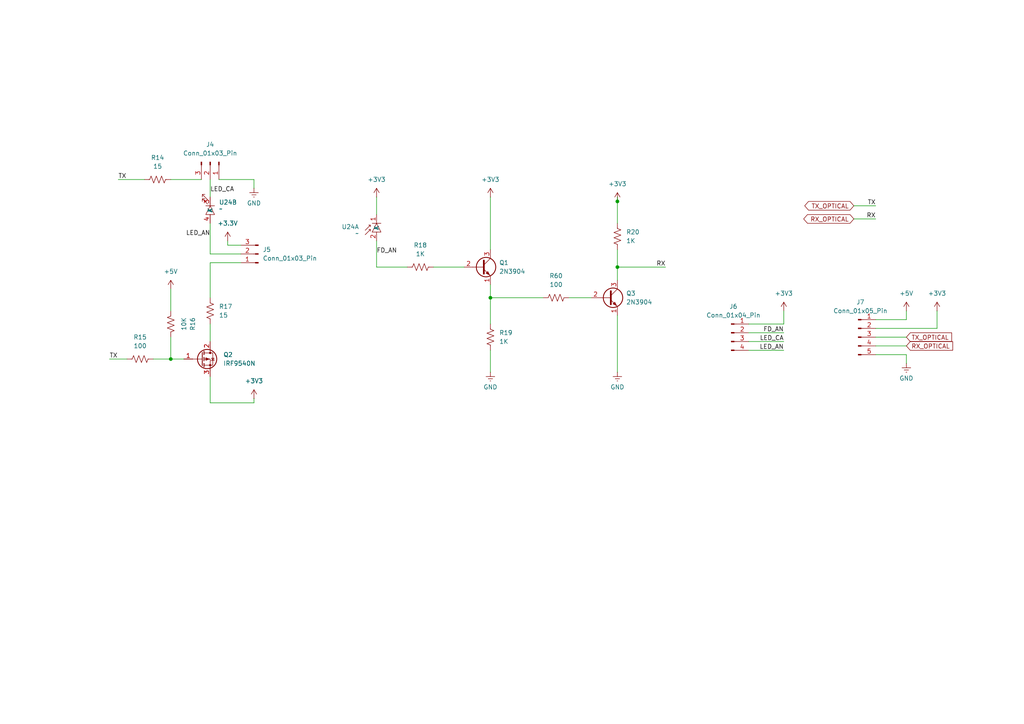
<source format=kicad_sch>
(kicad_sch (version 20250114) (generator "eeschema") (generator_version "9.0")
  (paper "A4")
  (lib_symbols
    (symbol "Connector:Conn_01x03_Pin" (pin_names (offset 1.016) (hide yes))
      (property "Reference" "J" (at 0 5.08 0))
      (property "Value" "Conn_01x03_Pin" (at 0 -5.08 0))
      (symbol "Conn_01x03_Pin_1_1"
        (rectangle (start 0.8636 2.667) (end 0 2.413) (stroke (width 0.1524)) (fill (type outline)))
        (rectangle (start 0.8636 0.127) (end 0 -0.127) (stroke (width 0.1524)) (fill (type outline)))
        (rectangle (start 0.8636 -2.413) (end 0 -2.667) (stroke (width 0.1524)) (fill (type outline)))
        (polyline (pts (xy 1.27 2.54) (xy 0.8636 2.54)) (stroke (width 0.1524)))
        (polyline (pts (xy 1.27 0) (xy 0.8636 0)) (stroke (width 0.1524)))
        (polyline (pts (xy 1.27 -2.54) (xy 0.8636 -2.54)) (stroke (width 0.1524)))
        (pin passive line (at 5.08 2.54 180) (length 3.81) (name "Pin_1") (number "1"))
        (pin passive line (at 5.08 0 180) (length 3.81) (name "Pin_2") (number "2"))
        (pin passive line (at 5.08 -2.54 180) (length 3.81) (name "Pin_3") (number "3"))
      )
    )
    (symbol "Connector:Conn_01x04_Pin" (pin_names (offset 1.016) (hide yes))
      (property "Reference" "J" (at 0 5.08 0))
      (property "Value" "Conn_01x04_Pin" (at 0 -7.62 0))
      (symbol "Conn_01x04_Pin_1_1"
        (rectangle (start 0.8636 2.667) (end 0 2.413) (stroke (width 0.1524)) (fill (type outline)))
        (rectangle (start 0.8636 0.127) (end 0 -0.127) (stroke (width 0.1524)) (fill (type outline)))
        (rectangle (start 0.8636 -2.413) (end 0 -2.667) (stroke (width 0.1524)) (fill (type outline)))
        (rectangle (start 0.8636 -4.953) (end 0 -5.207) (stroke (width 0.1524)) (fill (type outline)))
        (polyline (pts (xy 1.27 2.54) (xy 0.8636 2.54)) (stroke (width 0.1524)))
        (polyline (pts (xy 1.27 0) (xy 0.8636 0)) (stroke (width 0.1524)))
        (polyline (pts (xy 1.27 -2.54) (xy 0.8636 -2.54)) (stroke (width 0.1524)))
        (polyline (pts (xy 1.27 -5.08) (xy 0.8636 -5.08)) (stroke (width 0.1524)))
        (pin passive line (at 5.08 2.54 180) (length 3.81) (name "Pin_1") (number "1"))
        (pin passive line (at 5.08 0 180) (length 3.81) (name "Pin_2") (number "2"))
        (pin passive line (at 5.08 -2.54 180) (length 3.81) (name "Pin_3") (number "3"))
        (pin passive line (at 5.08 -5.08 180) (length 3.81) (name "Pin_4") (number "4"))
      )
    )
    (symbol "Connector:Conn_01x05_Pin" (pin_names (offset 1.016) (hide yes))
      (property "Reference" "J" (at 0 7.62 0))
      (property "Value" "Conn_01x05_Pin" (at 0 -7.62 0))
      (symbol "Conn_01x05_Pin_1_1"
        (rectangle (start 0.8636 5.207) (end 0 4.953) (stroke (width 0.1524)) (fill (type outline)))
        (rectangle (start 0.8636 2.667) (end 0 2.413) (stroke (width 0.1524)) (fill (type outline)))
        (rectangle (start 0.8636 0.127) (end 0 -0.127) (stroke (width 0.1524)) (fill (type outline)))
        (rectangle (start 0.8636 -2.413) (end 0 -2.667) (stroke (width 0.1524)) (fill (type outline)))
        (rectangle (start 0.8636 -4.953) (end 0 -5.207) (stroke (width 0.1524)) (fill (type outline)))
        (polyline (pts (xy 1.27 5.08) (xy 0.8636 5.08)) (stroke (width 0.1524)))
        (polyline (pts (xy 1.27 2.54) (xy 0.8636 2.54)) (stroke (width 0.1524)))
        (polyline (pts (xy 1.27 0) (xy 0.8636 0)) (stroke (width 0.1524)))
        (polyline (pts (xy 1.27 -2.54) (xy 0.8636 -2.54)) (stroke (width 0.1524)))
        (polyline (pts (xy 1.27 -5.08) (xy 0.8636 -5.08)) (stroke (width 0.1524)))
        (pin passive line (at 5.08 5.08 180) (length 3.81) (name "Pin_1") (number "1"))
        (pin passive line (at 5.08 2.54 180) (length 3.81) (name "Pin_2") (number "2"))
        (pin passive line (at 5.08 0 180) (length 3.81) (name "Pin_3") (number "3"))
        (pin passive line (at 5.08 -2.54 180) (length 3.81) (name "Pin_4") (number "4"))
        (pin passive line (at 5.08 -5.08 180) (length 3.81) (name "Pin_5") (number "5"))
      )
    )
    (symbol "Device:R_US" (pin_numbers (hide yes)) (pin_names (offset 0))
      (property "Reference" "R" (at 2.54 0 90))
      (property "Value" "R_US" (at -2.54 0 90))
      (symbol "R_US_0_1"
        (polyline (pts (xy 0 2.286) (xy 0 2.54)))
        (polyline (pts (xy 0 2.286) (xy 1.016 1.905) (xy 0 1.524) (xy -1.016 1.143) (xy 0 0.762)))
        (polyline (pts (xy 0 0.762) (xy 1.016 0.381) (xy 0 0) (xy -1.016 -0.381) (xy 0 -0.762)))
        (polyline (pts (xy 0 -0.762) (xy 1.016 -1.143) (xy 0 -1.524) (xy -1.016 -1.905) (xy 0 -2.286)))
        (polyline (pts (xy 0 -2.286) (xy 0 -2.54)))
      )
      (symbol "R_US_1_1"
        (pin passive line (at 0 3.81 270) (length 1.27) (name "~") (number "1"))
        (pin passive line (at 0 -3.81 90) (length 1.27) (name "~") (number "2"))
      )
    )
    (symbol "Transistor_BJT:2N3904" (pin_names (offset 0) (hide yes))
      (property "Reference" "Q" (at 5.08 1.905 0))
      (property "Value" "2N3904" (at 5.08 0 0))
      (symbol "2N3904_0_1"
        (polyline (pts (xy -2.54 0) (xy 0.635 0)))
        (polyline (pts (xy 0.635 1.905) (xy 0.635 -1.905)) (stroke (width 0.508)))
        (circle (center 1.27 0) (radius 2.8194) (stroke (width 0.254)))
      )
      (symbol "2N3904_1_1"
        (polyline (pts (xy 0.635 0.635) (xy 2.54 2.54)))
        (polyline (pts (xy 0.635 -0.635) (xy 2.54 -2.54)))
        (polyline (pts (xy 1.27 -1.778) (xy 1.778 -1.27) (xy 2.286 -2.286) (xy 1.27 -1.778)) (fill (type outline)))
        (pin input line (at -5.08 0 0) (length 2.54) (name "B") (number "2"))
        (pin passive line (at 2.54 5.08 270) (length 2.54) (name "C") (number "3"))
        (pin passive line (at 2.54 -5.08 90) (length 2.54) (name "E") (number "1"))
      )
    )
    (symbol "Transistor_FET:IRF9540N" (pin_names (hide yes))
      (property "Reference" "Q" (at 5.08 1.905 0))
      (property "Value" "IRF9540N" (at 5.08 0 0))
      (symbol "IRF9540N_0_1"
        (polyline (pts (xy 0.254 1.905) (xy 0.254 -1.905)) (stroke (width 0.254)))
        (polyline (pts (xy 0.254 0) (xy -2.54 0)))
        (polyline (pts (xy 0.762 2.286) (xy 0.762 1.27)) (stroke (width 0.254)))
        (polyline (pts (xy 0.762 1.778) (xy 3.302 1.778) (xy 3.302 -1.778) (xy 0.762 -1.778)))
        (polyline (pts (xy 0.762 0.508) (xy 0.762 -0.508)) (stroke (width 0.254)))
        (polyline (pts (xy 0.762 -1.27) (xy 0.762 -2.286)) (stroke (width 0.254)))
        (circle (center 1.651 0) (radius 2.794) (stroke (width 0.254)))
        (polyline (pts (xy 2.286 0) (xy 1.27 0.381) (xy 1.27 -0.381) (xy 2.286 0)) (fill (type outline)))
        (polyline (pts (xy 2.54 2.54) (xy 2.54 1.778)))
        (circle (center 2.54 1.778) (radius 0.254) (fill (type outline)))
        (circle (center 2.54 -1.778) (radius 0.254) (fill (type outline)))
        (polyline (pts (xy 2.54 -2.54) (xy 2.54 0) (xy 0.762 0)))
        (polyline (pts (xy 2.794 -0.508) (xy 2.921 -0.381) (xy 3.683 -0.381) (xy 3.81 -0.254)))
        (polyline (pts (xy 3.302 -0.381) (xy 2.921 0.254) (xy 3.683 0.254) (xy 3.302 -0.381)))
      )
      (symbol "IRF9540N_1_1"
        (pin input line (at -5.08 0 0) (length 2.54) (name "G") (number "1"))
        (pin passive line (at 2.54 5.08 270) (length 2.54) (name "D") (number "2"))
        (pin passive line (at 2.54 -5.08 90) (length 2.54) (name "S") (number "3"))
      )
    )
    (symbol "engg3800:OPTIC3800T3v2"
      (property "Reference" "U" (at 0 0 0))
      (symbol "OPTIC3800T3v2_1_1"
        (polyline (pts (xy 0.5151 -2.8166) (xy 0.5052 -3.2992) (xy 1.016 -3.2992)))
        (polyline (pts (xy 0.7592 -1.7835) (xy -0.7592 -3.3019) (xy -0.7592 -2.7995) (xy -0.7564 -3.2936) (xy -0.2567 -3.2936)))
        (polyline (pts (xy 1.27 -3.81) (xy 1.27 -6.35) (xy -1.27 -5.08) (xy -1.27 -6.35) (xy -1.27 -3.81) (xy -1.27 -5.08) (xy 1.27 -3.81)))
        (polyline (pts (xy 2.0416 -1.7767) (xy 0.5056 -3.3032)))
        (pin passive line (at -3.81 -5.08 0) (length 2.54) (name "K") (number "1"))
        (pin passive line (at 3.81 -5.08 180) (length 2.54) (name "A") (number "2"))
      )
      (symbol "OPTIC3800T3v2_2_1"
        (polyline (pts (xy -3.048 -4.5719) (xy -4.5692 -6.0932) (xy -4.572 -5.3339) (xy -4.5664 -6.0932) (xy -3.8127 -6.0932)))
        (polyline (pts (xy -1.778 -4.5747) (xy -3.302 -6.0932) (xy -2.54 -6.0932) (xy -3.2964 -6.0932) (xy -3.2992 -5.3312)))
        (polyline (pts (xy -1.27 -2.54) (xy -1.27 -5.08) (xy -1.27 -3.81) (xy 1.27 -2.54) (xy 1.27 -5.08) (xy -1.27 -3.81)))
        (pin passive line (at -3.81 -3.81 0) (length 2.54) (name "K") (number "3"))
        (pin passive line (at 3.81 -3.81 180) (length 2.54) (name "A") (number "4"))
      )
    )
    (symbol "power:+3.3V" (power) (pin_numbers (hide yes)) (pin_names (offset 0) (hide yes))
      (property "Value" "+3.3V" (at 0 3.556 0))
      (symbol "+3.3V_0_1"
        (polyline (pts (xy -0.762 1.27) (xy 0 2.54)))
        (polyline (pts (xy 0 2.54) (xy 0.762 1.27)))
        (polyline (pts (xy 0 0) (xy 0 2.54)))
      )
      (symbol "+3.3V_1_1"
        (pin power_in line (at 0 0 90) (length 0) (name "~") (number "1"))
      )
    )
    (symbol "power:+3V3" (power) (pin_numbers (hide yes)) (pin_names (offset 0) (hide yes))
      (property "Value" "+3V3" (at 0 3.556 0))
      (symbol "+3V3_0_1"
        (polyline (pts (xy -0.762 1.27) (xy 0 2.54)))
        (polyline (pts (xy 0 2.54) (xy 0.762 1.27)))
        (polyline (pts (xy 0 0) (xy 0 2.54)))
      )
      (symbol "+3V3_1_1"
        (pin power_in line (at 0 0 90) (length 0) (name "~") (number "1"))
      )
    )
    (symbol "power:+5V" (power) (pin_numbers (hide yes)) (pin_names (offset 0) (hide yes))
      (property "Value" "+5V" (at 0 3.556 0))
      (symbol "+5V_0_1"
        (polyline (pts (xy -0.762 1.27) (xy 0 2.54)))
        (polyline (pts (xy 0 2.54) (xy 0.762 1.27)))
        (polyline (pts (xy 0 0) (xy 0 2.54)))
      )
      (symbol "+5V_1_1"
        (pin power_in line (at 0 0 90) (length 0) (name "~") (number "1"))
      )
    )
    (symbol "power:Earth" (power) (pin_numbers (hide yes)) (pin_names (offset 0) (hide yes))
      (property "Value" "Earth" (at 0 -3.81 0))
      (symbol "Earth_0_1"
        (polyline (pts (xy -0.635 -1.905) (xy 0.635 -1.905)))
        (polyline (pts (xy -0.127 -2.54) (xy 0.127 -2.54)))
        (polyline (pts (xy 0 -1.27) (xy 0 0)))
        (polyline (pts (xy 1.27 -1.27) (xy -1.27 -1.27)))
      )
      (symbol "Earth_1_1"
        (pin power_in line (at 0 0 270) (length 0) (name "~") (number "1"))
      )
    )
  )
  (junction (at 179.07 58.42))
  (junction (at 49.53 104.14))
  (junction (at 142.24 86.36))
  (junction (at 179.07 77.47))
  (wire (pts (xy 254 95.25) (xy 271.78 95.25)))
  (wire (pts (xy 217.17 99.06) (xy 227.33 99.06)))
  (wire (pts (xy 254 102.87) (xy 262.89 102.87)))
  (wire (pts (xy 60.96 64.77) (xy 60.96 73.66)))
  (wire (pts (xy 227.33 90.17) (xy 227.33 93.98)))
  (wire (pts (xy 179.07 72.39) (xy 179.07 77.47)))
  (wire (pts (xy 179.07 77.47) (xy 193.04 77.47)))
  (wire (pts (xy 142.24 57.15) (xy 142.24 72.39)))
  (wire (pts (xy 254 100.33) (xy 262.89 100.33)))
  (wire (pts (xy 179.07 91.44) (xy 179.07 107.95)))
  (wire (pts (xy 69.85 76.2) (xy 60.96 76.2)))
  (wire (pts (xy 44.45 104.14) (xy 49.53 104.14)))
  (wire (pts (xy 60.96 73.66) (xy 69.85 73.66)))
  (wire (pts (xy 49.53 83.82) (xy 49.53 90.17)))
  (wire (pts (xy 49.53 97.79) (xy 49.53 104.14)))
  (wire (pts (xy 262.89 92.71) (xy 262.89 90.17)))
  (wire (pts (xy 69.85 71.12) (xy 66.04 71.12)))
  (wire (pts (xy 60.96 76.2) (xy 60.96 86.36)))
  (wire (pts (xy 66.04 71.12) (xy 66.04 69.85)))
  (wire (pts (xy 142.24 101.6) (xy 142.24 107.95)))
  (wire (pts (xy 60.96 109.22) (xy 60.96 116.84)))
  (wire (pts (xy 179.07 58.42) (xy 179.07 64.77)))
  (wire (pts (xy 217.17 96.52) (xy 227.33 96.52)))
  (wire (pts (xy 217.17 101.6) (xy 227.33 101.6)))
  (wire (pts (xy 271.78 90.17) (xy 271.78 95.25)))
  (wire (pts (xy 142.24 86.36) (xy 142.24 93.98)))
  (wire (pts (xy 179.07 57.15) (xy 179.07 58.42)))
  (wire (pts (xy 254 92.71) (xy 262.89 92.71)))
  (wire (pts (xy 60.96 93.98) (xy 60.96 99.06)))
  (wire (pts (xy 142.24 82.55) (xy 142.24 86.36)))
  (wire (pts (xy 262.89 102.87) (xy 262.89 105.41)))
  (wire (pts (xy 109.22 77.47) (xy 118.11 77.47)))
  (wire (pts (xy 247.65 63.5) (xy 254 63.5)))
  (wire (pts (xy 109.22 69.85) (xy 109.22 77.47)))
  (wire (pts (xy 73.66 116.84) (xy 73.66 115.57)))
  (wire (pts (xy 31.75 104.14) (xy 36.83 104.14)))
  (wire (pts (xy 73.66 52.07) (xy 73.66 54.61)))
  (wire (pts (xy 165.1 86.36) (xy 171.45 86.36)))
  (wire (pts (xy 34.29 52.07) (xy 41.91 52.07)))
  (wire (pts (xy 179.07 77.47) (xy 179.07 81.28)))
  (wire (pts (xy 49.53 104.14) (xy 53.34 104.14)))
  (wire (pts (xy 60.96 116.84) (xy 73.66 116.84)))
  (wire (pts (xy 254 97.79) (xy 262.89 97.79)))
  (wire (pts (xy 125.73 77.47) (xy 134.62 77.47)))
  (wire (pts (xy 217.17 93.98) (xy 227.33 93.98)))
  (wire (pts (xy 109.22 57.15) (xy 109.22 62.23)))
  (wire (pts (xy 49.53 52.07) (xy 58.42 52.07)))
  (wire (pts (xy 142.24 86.36) (xy 157.48 86.36)))
  (wire (pts (xy 60.96 57.15) (xy 60.96 52.07)))
  (wire (pts (xy 63.5 52.07) (xy 73.66 52.07)))
  (wire (pts (xy 247.65 59.69) (xy 254 59.69)))
  (label "LED_AN" (at 60.96 68.58 180))
  (label "LED_AN" (at 227.33 101.6 180))
  (label "RX" (at 254 63.5 180))
  (label "TX" (at 254 59.69 180))
  (label "TX" (at 31.75 104.14 0))
  (label "LED_CA" (at 60.96 55.88 0))
  (label "FD_AN" (at 227.33 96.52 180))
  (label "RX" (at 193.04 77.47 180))
  (label "LED_CA" (at 227.33 99.06 180))
  (label "TX" (at 34.29 52.07 0))
  (label "FD_AN" (at 109.22 73.66 0))
  (global_label "RX_OPTICAL" (shape bidirectional) (at 247.65 63.5 180) (property "Intersheetrefs" "${INTERSHEET_REFS}" (effects (hide yes))))
  (global_label "RX_OPTICAL" (shape input) (at 262.89 100.33 0) (property "Intersheetrefs" "${INTERSHEET_REFS}" (effects (hide yes))))
  (global_label "TX_OPTICAL" (shape input) (at 262.89 97.79 0) (property "Intersheetrefs" "${INTERSHEET_REFS}" (effects (hide yes))))
  (global_label "TX_OPTICAL" (shape bidirectional) (at 247.65 59.69 180) (property "Intersheetrefs" "${INTERSHEET_REFS}" (effects (hide yes))))
  (symbol (lib_id "power:Earth") (at 73.66 54.61 0) (unit 1)
    (property "Reference" "#PWR038" (effects (hide yes)))
    (property "Value" "GND" (at 73.66 58.928 0))
    (property "Description" "Power symbol creates a global label with name \"Earth\"" (effects (hide yes)))
  )
  (symbol (lib_id "Transistor_BJT:2N3904") (at 176.53 86.36 0) (unit 1)
    (property "Reference" "Q3" (at 181.61 85.0899 0) (effects (justify left)))
    (property "Value" "2N3904" (at 181.61 87.6299 0) (effects (justify left)))
    (property "Footprint" "Package_TO_SOT_THT:TO-92_Inline" (effects (hide yes)))
    (property "Datasheet" "https://www.onsemi.com/pub/Collateral/2N3903-D.PDF" (effects (hide yes)))
    (property "Description" "0.2A Ic, 40V Vce, Small Signal NPN Transistor, TO-92" (effects (hide yes)))
  )
  (symbol (lib_id "Device:R_US") (at 121.92 77.47 90) (unit 1)
    (property "Reference" "R18" (at 121.92 71.12 90))
    (property "Value" "1K" (at 121.92 73.66 90))
    (property "Footprint" "Resistor_THT:R_Axial_DIN0207_L6.3mm_D2.5mm_P10.16mm_Horizontal" (effects (hide yes)))
    (property "Description" "Resistor, US symbol" (effects (hide yes)))
  )
  (symbol (lib_id "Device:R_US") (at 49.53 93.98 0) (mirror x) (unit 1)
    (property "Reference" "R16" (at 55.88 93.98 90))
    (property "Value" "10K" (at 53.34 93.98 90))
    (property "Footprint" "Resistor_THT:R_Axial_DIN0207_L6.3mm_D2.5mm_P10.16mm_Horizontal" (effects (hide yes)))
    (property "Description" "Resistor, US symbol" (effects (hide yes)))
  )
  (symbol (lib_id "Transistor_FET:IRF9540N") (at 58.42 104.14 0) (unit 1)
    (property "Reference" "Q2" (at 64.77 102.8699 0) (effects (justify left)))
    (property "Value" "IRF9540N" (at 64.77 105.4099 0) (effects (justify left)))
    (property "Footprint" "Package_TO_SOT_THT:TO-220-3_Vertical" (effects (hide yes)))
    (property "Datasheet" "http://www.irf.com/product-info/datasheets/data/irf9540n.pdf" (effects (hide yes)))
    (property "Description" "-23A Id, -100V Vds, 117mOhm Rds, P-Channel HEXFET Power MOSFET, TO-220" (effects (hide yes)))
  )
  (symbol (lib_id "power:+3V3") (at 179.07 58.42 0) (unit 1)
    (property "Reference" "#PWR035" (effects (hide yes)))
    (property "Value" "+3V3" (at 179.07 53.34 0))
    (property "Description" "Power symbol creates a global label with name \"+3V3\"" (effects (hide yes)))
  )
  (symbol (lib_id "power:Earth") (at 142.24 107.95 0) (unit 1)
    (property "Reference" "#PWR039" (effects (hide yes)))
    (property "Value" "GND" (at 142.24 112.268 0))
    (property "Description" "Power symbol creates a global label with name \"Earth\"" (effects (hide yes)))
  )
  (symbol (lib_id "Transistor_BJT:2N3904") (at 139.7 77.47 0) (unit 1)
    (property "Reference" "Q1" (at 144.78 76.1999 0) (effects (justify left)))
    (property "Value" "2N3904" (at 144.78 78.7399 0) (effects (justify left)))
    (property "Footprint" "Package_TO_SOT_THT:TO-92_Inline" (effects (hide yes)))
    (property "Datasheet" "https://www.onsemi.com/pub/Collateral/2N3903-D.PDF" (effects (hide yes)))
    (property "Description" "0.2A Ic, 40V Vce, Small Signal NPN Transistor, TO-92" (effects (hide yes)))
  )
  (symbol (lib_id "power:Earth") (at 262.89 105.41 0) (unit 1)
    (property "Reference" "#PWR043" (effects (hide yes)))
    (property "Value" "GND" (at 262.89 109.728 0))
    (property "Description" "Power symbol creates a global label with name \"Earth\"" (effects (hide yes)))
  )
  (symbol (lib_id "power:+5V") (at 262.89 90.17 0) (unit 1)
    (property "Reference" "#PWR037" (effects (hide yes)))
    (property "Value" "+5V" (at 262.89 85.09 0))
    (property "Description" "Power symbol creates a global label with name \"+5V\"" (effects (hide yes)))
  )
  (symbol (lib_id "Device:R_US") (at 40.64 104.14 90) (unit 1)
    (property "Reference" "R15" (at 40.64 97.79 90))
    (property "Value" "100" (at 40.64 100.33 90))
    (property "Footprint" "Resistor_THT:R_Axial_DIN0207_L6.3mm_D2.5mm_P10.16mm_Horizontal" (effects (hide yes)))
    (property "Description" "Resistor, US symbol" (effects (hide yes)))
  )
  (symbol (lib_id "Connector:Conn_01x03_Pin") (at 74.93 73.66 180) (unit 1)
    (property "Reference" "J5" (at 76.2 72.3899 0) (effects (justify right)))
    (property "Value" "Conn_01x03_Pin" (at 76.2 74.9299 0) (effects (justify right)))
    (property "Footprint" "Connector_PinHeader_2.54mm:PinHeader_1x03_P2.54mm_Vertical" (effects (hide yes)))
    (property "Description" "Generic connector, single row, 01x03, script generated" (effects (hide yes)))
  )
  (symbol (lib_id "power:+3V3") (at 271.78 90.17 0) (unit 1)
    (property "Reference" "#PWR044" (effects (hide yes)))
    (property "Value" "+3V3" (at 271.78 85.09 0))
    (property "Description" "Power symbol creates a global label with name \"+3V3\"" (effects (hide yes)))
  )
  (symbol (lib_id "power:+3V3") (at 73.66 115.57 0) (unit 1)
    (property "Reference" "#PWR032" (effects (hide yes)))
    (property "Value" "+3V3" (at 73.66 110.49 0))
    (property "Description" "Power symbol creates a global label with name \"+3V3\"" (effects (hide yes)))
  )
  (symbol (lib_id "power:+3V3") (at 109.22 57.15 0) (unit 1)
    (property "Reference" "#PWR033" (effects (hide yes)))
    (property "Value" "+3V3" (at 109.22 52.07 0))
    (property "Description" "Power symbol creates a global label with name \"+3V3\"" (effects (hide yes)))
  )
  (symbol (lib_id "power:+3V3") (at 227.33 90.17 0) (unit 1)
    (property "Reference" "#PWR036" (effects (hide yes)))
    (property "Value" "+3V3" (at 227.33 85.09 0))
    (property "Description" "Power symbol creates a global label with name \"+3V3\"" (effects (hide yes)))
  )
  (symbol (lib_id "Device:R_US") (at 45.72 52.07 90) (unit 1)
    (property "Reference" "R14" (at 45.72 45.72 90))
    (property "Value" "15" (at 45.72 48.26 90))
    (property "Footprint" "Resistor_THT:R_Axial_DIN0207_L6.3mm_D2.5mm_P10.16mm_Horizontal" (effects (hide yes)))
    (property "Description" "Resistor, US symbol" (effects (hide yes)))
  )
  (symbol (lib_id "Device:R_US") (at 142.24 97.79 180) (unit 1)
    (property "Reference" "R19" (at 144.78 96.5199 0) (effects (justify right)))
    (property "Value" "1K" (at 144.78 99.0599 0) (effects (justify right)))
    (property "Footprint" "Resistor_THT:R_Axial_DIN0207_L6.3mm_D2.5mm_P10.16mm_Horizontal" (effects (hide yes)))
    (property "Description" "Resistor, US symbol" (effects (hide yes)))
  )
  (symbol (lib_id "engg3800:OPTIC3800T3v2") (at 64.77 60.96 270) (unit 2)
    (property "Reference" "U24" (at 63.5 58.6739 90) (effects (justify left)))
    (property "Value" "~" (at 63.5 60.579 90) (effects (justify left)))
    (property "Footprint" "engg3800:OPTIC3800T3" (effects (hide yes)))
  )
  (symbol (lib_id "power:+5V") (at 49.53 83.82 0) (unit 1)
    (property "Reference" "#PWR03" (effects (hide yes)))
    (property "Value" "+5V" (at 49.53 78.74 0))
    (property "Description" "Power symbol creates a global label with name \"+5V\"" (effects (hide yes)))
  )
  (symbol (lib_id "power:Earth") (at 179.07 107.95 0) (unit 1)
    (property "Reference" "#PWR040" (effects (hide yes)))
    (property "Value" "GND" (at 179.07 112.268 0))
    (property "Description" "Power symbol creates a global label with name \"Earth\"" (effects (hide yes)))
  )
  (symbol (lib_id "Device:R_US") (at 179.07 68.58 180) (unit 1)
    (property "Reference" "R20" (at 181.61 67.3099 0) (effects (justify right)))
    (property "Value" "1K" (at 181.61 69.8499 0) (effects (justify right)))
    (property "Footprint" "Resistor_THT:R_Axial_DIN0207_L6.3mm_D2.5mm_P10.16mm_Horizontal" (effects (hide yes)))
    (property "Description" "Resistor, US symbol" (effects (hide yes)))
  )
  (symbol (lib_id "power:+3V3") (at 142.24 57.15 0) (unit 1)
    (property "Reference" "#PWR034" (effects (hide yes)))
    (property "Value" "+3V3" (at 142.24 52.07 0))
    (property "Description" "Power symbol creates a global label with name \"+3V3\"" (effects (hide yes)))
  )
  (symbol (lib_id "power:+3.3V") (at 66.04 69.85 0) (unit 1)
    (property "Reference" "#PWR09" (effects (hide yes)))
    (property "Value" "+3.3V" (at 66.04 64.77 0))
    (property "Description" "Power symbol creates a global label with name \"+3.3V\"" (effects (hide yes)))
  )
  (symbol (lib_id "Connector:Conn_01x04_Pin") (at 212.09 96.52 0) (unit 1)
    (property "Reference" "J6" (at 212.725 88.9 0))
    (property "Value" "Conn_01x04_Pin" (at 212.725 91.44 0))
    (property "Footprint" "Connector_PinHeader_2.54mm:PinHeader_1x04_P2.54mm_Vertical" (effects (hide yes)))
    (property "Description" "Generic connector, single row, 01x04, script generated" (effects (hide yes)))
  )
  (symbol (lib_id "Connector:Conn_01x05_Pin") (at 248.92 97.79 0) (unit 1)
    (property "Reference" "J7" (at 249.555 87.63 0))
    (property "Value" "Conn_01x05_Pin" (at 249.555 90.17 0))
    (property "Footprint" "Connector_PinHeader_2.54mm:PinHeader_1x05_P2.54mm_Vertical" (effects (hide yes)))
    (property "Description" "Generic connector, single row, 01x05, script generated" (effects (hide yes)))
  )
  (symbol (lib_id "Connector:Conn_01x03_Pin") (at 60.96 46.99 270) (unit 1)
    (property "Reference" "J4" (at 60.96 41.91 90))
    (property "Value" "Conn_01x03_Pin" (at 60.96 44.45 90))
    (property "Footprint" "Connector_PinHeader_2.54mm:PinHeader_1x03_P2.54mm_Vertical" (effects (hide yes)))
    (property "Description" "Generic connector, single row, 01x03, script generated" (effects (hide yes)))
  )
  (symbol (lib_id "Device:R_US") (at 161.29 86.36 90) (unit 1)
    (property "Reference" "R60" (at 161.29 80.01 90))
    (property "Value" "100" (at 161.29 82.55 90))
    (property "Footprint" "Resistor_THT:R_Axial_DIN0207_L6.3mm_D2.5mm_P10.16mm_Horizontal" (effects (hide yes)))
    (property "Description" "Resistor, US symbol" (effects (hide yes)))
  )
  (symbol (lib_id "Device:R_US") (at 60.96 90.17 180) (unit 1)
    (property "Reference" "R17" (at 63.5 88.8999 0) (effects (justify right)))
    (property "Value" "15" (at 63.5 91.4399 0) (effects (justify right)))
    (property "Footprint" "Resistor_THT:R_Axial_DIN0207_L6.3mm_D2.5mm_P10.16mm_Horizontal" (effects (hide yes)))
    (property "Description" "Resistor, US symbol" (effects (hide yes)))
  )
  (symbol (lib_id "engg3800:OPTIC3800T3v2") (at 104.14 66.04 90) (mirror x) (unit 1)
    (property "Reference" "U24" (at 104.14 65.7907 90) (effects (justify left)))
    (property "Value" "~" (at 104.14 67.6958 90) (effects (justify left)))
    (property "Footprint" "engg3800:OPTIC3800T3" (effects (hide yes)))
  )
)
</source>
